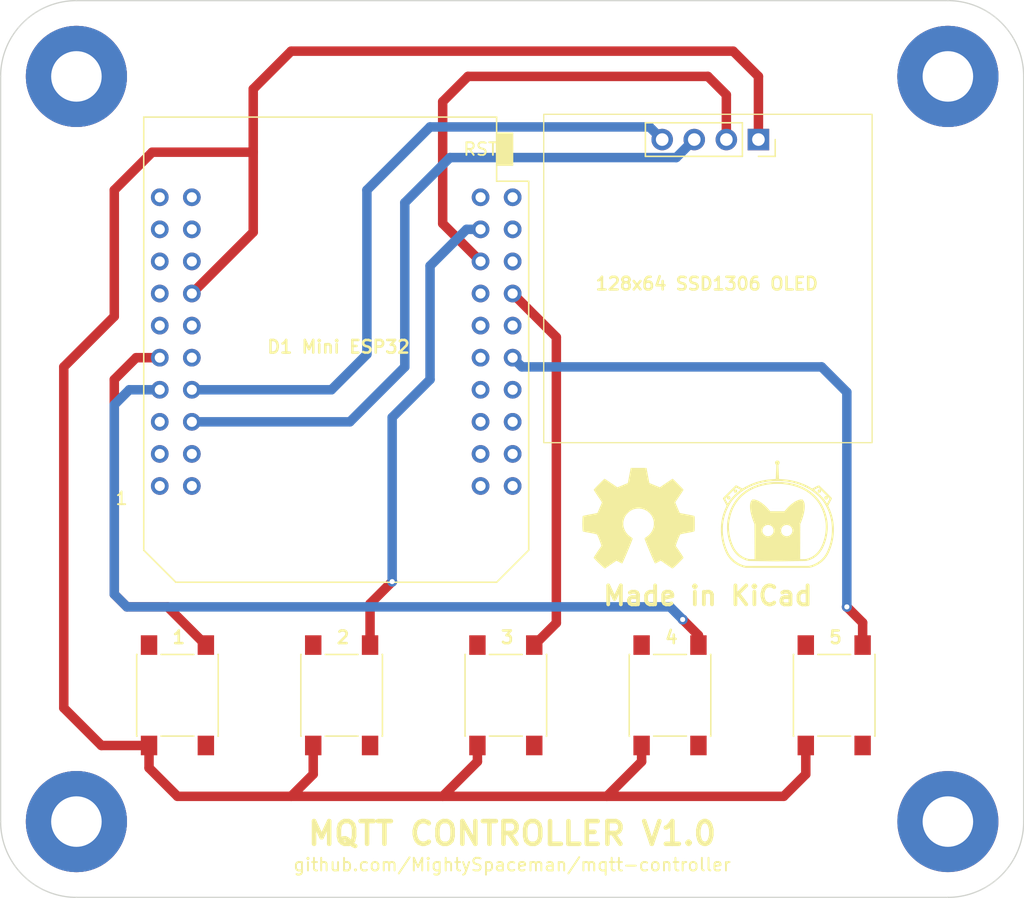
<source format=kicad_pcb>
(kicad_pcb (version 20221018) (generator pcbnew)
  (title_block (title "MQTT Controller") (rev "V1.0"))
  (layers (0 "F.Cu" signal) (31 "B.Cu" signal) (34 "B.Paste" user) (35 "F.Paste" user) (36 "B.SilkS" user "B.Silkscreen") (37 "F.SilkS" user "F.Silkscreen") (38 "B.Mask" user) (39 "F.Mask" user) (44 "Edge.Cuts" user))
  (net 0 "")
  (net 32 "Net-(J1-Pin_1)")
  (net 33 "Net-(J1-Pin_2)")
  (net 34 "Net-(J1-Pin_3)")
  (net 35 "Net-(J1-Pin_4)")
  (net 36 "Net-(U2-IO_12{slash}TDI)")
  (net 37 "Net-(U2-IO_13{slash}TCK)")
  (net 38 "Net-(U2-IO_14{slash}TMS)")
  (net 39 "Net-(U2-IO_32)")
  (net 40 "Net-(U2-IO_33)")
  (footprint "Button_Switch_SMD:SW_Push_1P1T_NO_6x6mm_H9.5mm" (layer "F.Cu") (at 68.865 78 90)
    (fp_text reference "SW1" hide)
    (fp_text value "SW_Push" hide)
    (pad "1" smd rect (at -3.975 -2.25 90) (size 1.55 1.3) (layers "F.Cu" "F.Paste" "F.Mask") (net 32 "Net-(J1-Pin_1)"))
    (pad "1" smd rect (at 3.975 -2.25 90) (size 1.55 1.3) (layers "F.Cu" "F.Paste" "F.Mask") (net 32 "Net-(J1-Pin_1)"))
    (pad "2" smd rect (at -3.975 2.25 90) (size 1.55 1.3) (layers "F.Cu" "F.Paste" "F.Mask") (net 36 "Net-(U2-IO_12{slash}TDI)"))
    (pad "2" smd rect (at 3.975 2.25 90) (size 1.55 1.3) (layers "F.Cu" "F.Paste" "F.Mask") (net 36 "Net-(U2-IO_12{slash}TDI)"))
  )
  (footprint "Connector_PinSocket_2.54mm:PinSocket_1x04_P2.54mm_Vertical" (layer "F.Cu") (at 114.865 34 -90)
    (fp_text reference "J1" hide)
    (fp_text value "Conn_01x04_Pin")
    (pad "1" thru_hole rect (at 0 0 270) (size 1.7 1.7) (drill 1) (layers "*.Cu" "*.Mask") (net 32 "Net-(J1-Pin_1)"))
    (pad "2" thru_hole oval (at 0 2.54 270) (size 1.7 1.7) (drill 1) (layers "*.Cu" "*.Mask") (net 33 "Net-(J1-Pin_2)"))
    (pad "3" thru_hole oval (at 0 5.08 270) (size 1.7 1.7) (drill 1) (layers "*.Cu" "*.Mask") (net 34 "Net-(J1-Pin_3)"))
    (pad "4" thru_hole oval (at 0 7.62 270) (size 1.7 1.7) (drill 1) (layers "*.Cu" "*.Mask") (net 35 "Net-(J1-Pin_4)"))
  )
  (footprint "Button_Switch_SMD:SW_Push_1P1T_NO_6x6mm_H9.5mm" (layer "F.Cu") (at 107.865 78 90)
    (fp_text reference "SW4" hide)
    (fp_text value "SW_Push" hide)
    (pad "1" smd rect (at -3.975 -2.25 90) (size 1.55 1.3) (layers "F.Cu" "F.Paste" "F.Mask") (net 32 "Net-(J1-Pin_1)"))
    (pad "1" smd rect (at 3.975 -2.25 90) (size 1.55 1.3) (layers "F.Cu" "F.Paste" "F.Mask") (net 32 "Net-(J1-Pin_1)"))
    (pad "2" smd rect (at -3.975 2.25 90) (size 1.55 1.3) (layers "F.Cu" "F.Paste" "F.Mask") (net 39 "Net-(U2-IO_32)"))
    (pad "2" smd rect (at 3.975 2.25 90) (size 1.55 1.3) (layers "F.Cu" "F.Paste" "F.Mask") (net 39 "Net-(U2-IO_32)"))
  )
  (footprint "MountingHole:MountingHole_4mm_Pad_TopBottom" (layer "F.Cu") (at 129.865 29)
    (fp_text reference "REF**" hide)
    (fp_text value "MountingHole_4mm_Pad_TopBottom" hide)
    (pad "1" thru_hole circle (at 0 0) (size 4.4 4.4) (drill 4) (layers "*.Cu" "*.Mask"))
    (pad "1" connect circle (at 0 0) (size 8 8) (layers "F.Cu" "F.Mask"))
    (pad "1" connect circle (at 0 0) (size 8 8) (layers "B.Cu" "B.Mask"))
  )
  (footprint "Symbol:OSHW-Symbol_8.9x8mm_SilkScreen" (layer "F.Cu") (at 105.365 64)
    (fp_text reference "REF**" hide)
    (fp_text value "OSHW-Symbol_8.9x8mm_SilkScreen" hide)
  )
  (footprint "" (layer "F.Cu") (at 60.865 88)
    (fp_text reference "" (at 0 0) (layer "F.SilkS") (effects (font (size 1.27 1.27))))
    (fp_text value "" (at 0 0) (layer "F.SilkS") (effects (font (size 1.27 1.27))))
    (pad "1" connect circle (at 0 0) (size 8 8) (layers "B.Cu" "B.Mask"))
  )
  (footprint "" (layer "F.Cu") (at 129.865 29)
    (fp_text reference "" (at 0 0) (layer "F.SilkS") (effects (font (size 1.27 1.27))))
    (fp_text value "" (at 0 0) (layer "F.SilkS") (effects (font (size 1.27 1.27))))
    (pad "1" connect circle (at 0 0) (size 8 8) (layers "F.Cu" "F.Mask"))
  )
  (footprint "Button_Switch_SMD:SW_Push_1P1T_NO_6x6mm_H9.5mm" (layer "F.Cu") (at 120.865 78 90)
    (fp_text reference "SW5" hide)
    (fp_text value "SW_Push" hide)
    (pad "1" smd rect (at -3.975 -2.25 90) (size 1.55 1.3) (layers "F.Cu" "F.Paste" "F.Mask") (net 32 "Net-(J1-Pin_1)"))
    (pad "1" smd rect (at 3.975 -2.25 90) (size 1.55 1.3) (layers "F.Cu" "F.Paste" "F.Mask") (net 32 "Net-(J1-Pin_1)"))
    (pad "2" smd rect (at -3.975 2.25 90) (size 1.55 1.3) (layers "F.Cu" "F.Paste" "F.Mask") (net 40 "Net-(U2-IO_33)"))
    (pad "2" smd rect (at 3.975 2.25 90) (size 1.55 1.3) (layers "F.Cu" "F.Paste" "F.Mask") (net 40 "Net-(U2-IO_33)"))
  )
  (footprint "" (layer "F.Cu") (at 60.865 29)
    (fp_text reference "" (at 0 0) (layer "F.SilkS") (effects (font (size 1.27 1.27))))
    (fp_text value "" (at 0 0) (layer "F.SilkS") (effects (font (size 1.27 1.27))))
    (pad "1" connect circle (at 0 0) (size 8 8) (layers "F.Cu" "F.Mask"))
  )
  (footprint "ESP32_mini:ESP32_mini" (layer "F.Cu") (at 81.435 50 180)
    (fp_text reference "U2" hide)
    (fp_text value "mini_esp32" hide)
    (fp_text user "RST" (at -11.43 15.24) (layer "F.SilkS"))
    (pad "1" thru_hole circle (at -13.97 -11.43 90) (size 1.4 1.4) (drill 0.8) (layers "*.Cu" "*.Mask"))
    (pad "2" thru_hole circle (at -11.43 -11.43 90) (size 1.4 1.4) (drill 0.8) (layers "*.Cu" "*.Mask"))
    (pad "3" thru_hole circle (at -13.97 -8.89 90) (size 1.4 1.4) (drill 0.8) (layers "*.Cu" "*.Mask"))
    (pad "4" thru_hole circle (at -11.43 -8.89 90) (size 1.4 1.4) (drill 0.8) (layers "*.Cu" "*.Mask"))
    (pad "5" thru_hole circle (at -13.97 -6.35 90) (size 1.4 1.4) (drill 0.8) (layers "*.Cu" "*.Mask"))
    (pad "6" thru_hole circle (at -11.43 -6.35 90) (size 1.4 1.4) (drill 0.8) (layers "*.Cu" "*.Mask"))
    (pad "7" thru_hole circle (at -13.97 -3.81 90) (size 1.4 1.4) (drill 0.8) (layers "*.Cu" "*.Mask"))
    (pad "8" thru_hole circle (at -11.43 -3.81 90) (size 1.4 1.4) (drill 0.8) (layers "*.Cu" "*.Mask"))
    (pad "9" thru_hole circle (at -13.97 -1.27 90) (size 1.4 1.4) (drill 0.8) (layers "*.Cu" "*.Mask") (net 40 "Net-(U2-IO_33)"))
    (pad "10" thru_hole circle (at -11.43 -1.27 90) (size 1.4 1.4) (drill 0.8) (layers "*.Cu" "*.Mask"))
    (pad "11" thru_hole circle (at -13.97 1.27 90) (size 1.4 1.4) (drill 0.8) (layers "*.Cu" "*.Mask"))
    (pad "12" thru_hole circle (at -11.43 1.27 90) (size 1.4 1.4) (drill 0.8) (layers "*.Cu" "*.Mask"))
    (pad "13" thru_hole circle (at -13.97 3.81 90) (size 1.4 1.4) (drill 0.8) (layers "*.Cu" "*.Mask") (net 38 "Net-(U2-IO_14{slash}TMS)"))
    (pad "14" thru_hole circle (at -11.43 3.81 90) (size 1.4 1.4) (drill 0.8) (layers "*.Cu" "*.Mask"))
    (pad "15" thru_hole circle (at -13.97 6.35 90) (size 1.4 1.4) (drill 0.8) (layers "*.Cu" "*.Mask"))
    (pad "16" thru_hole circle (at -11.43 6.35 90) (size 1.4 1.4) (drill 0.8) (layers "*.Cu" "*.Mask") (net 33 "Net-(J1-Pin_2)"))
    (pad "17" thru_hole circle (at -13.97 8.89 90) (size 1.4 1.4) (drill 0.8) (layers "*.Cu" "*.Mask"))
    (pad "18" thru_hole circle (at -11.43 8.89 90) (size 1.4 1.4) (drill 0.8) (layers "*.Cu" "*.Mask") (net 37 "Net-(U2-IO_13{slash}TCK)"))
    (pad "19" thru_hole circle (at -13.97 11.43 90) (size 1.4 1.4) (drill 0.8) (layers "*.Cu" "*.Mask"))
    (pad "20" thru_hole circle (at -11.43 11.43 90) (size 1.4 1.4) (drill 0.8) (layers "*.Cu" "*.Mask"))
    (pad "21" thru_hole circle (at 11.43 -11.43 90) (size 1.4 1.4) (drill 0.8) (layers "*.Cu" "*.Mask"))
    (pad "22" thru_hole circle (at 13.97 -11.43 90) (size 1.4 1.4) (drill 0.8) (layers "*.Cu" "*.Mask"))
    (pad "23" thru_hole circle (at 11.43 -8.89 90) (size 1.4 1.4) (drill 0.8) (layers "*.Cu" "*.Mask"))
    (pad "24" thru_hole circle (at 13.97 -8.89 90) (size 1.4 1.4) (drill 0.8) (layers "*.Cu" "*.Mask"))
    (pad "25" thru_hole circle (at 11.43 -6.35 90) (size 1.4 1.4) (drill 0.8) (layers "*.Cu" "*.Mask") (net 34 "Net-(J1-Pin_3)"))
    (pad "26" thru_hole circle (at 13.97 -6.35 90) (size 1.4 1.4) (drill 0.8) (layers "*.Cu" "*.Mask"))
    (pad "27" thru_hole circle (at 11.43 -3.81 90) (size 1.4 1.4) (drill 0.8) (layers "*.Cu" "*.Mask") (net 35 "Net-(J1-Pin_4)"))
    (pad "28" thru_hole circle (at 13.97 -3.81 90) (size 1.4 1.4) (drill 0.8) (layers "*.Cu" "*.Mask") (net 39 "Net-(U2-IO_32)"))
    (pad "29" thru_hole circle (at 11.43 -1.27 90) (size 1.4 1.4) (drill 0.8) (layers "*.Cu" "*.Mask"))
    (pad "30" thru_hole circle (at 13.97 -1.27 90) (size 1.4 1.4) (drill 0.8) (layers "*.Cu" "*.Mask") (net 36 "Net-(U2-IO_12{slash}TDI)"))
    (pad "31" thru_hole circle (at 11.43 1.27 90) (size 1.4 1.4) (drill 0.8) (layers "*.Cu" "*.Mask"))
    (pad "32" thru_hole circle (at 13.97 1.27 90) (size 1.4 1.4) (drill 0.8) (layers "*.Cu" "*.Mask"))
    (pad "33" thru_hole circle (at 11.43 3.81 90) (size 1.4 1.4) (drill 0.8) (layers "*.Cu" "*.Mask") (net 32 "Net-(J1-Pin_1)"))
    (pad "34" thru_hole circle (at 13.97 3.81 90) (size 1.4 1.4) (drill 0.8) (layers "*.Cu" "*.Mask"))
    (pad "35" thru_hole circle (at 11.43 6.35 90) (size 1.4 1.4) (drill 0.8) (layers "*.Cu" "*.Mask"))
    (pad "36" thru_hole circle (at 13.97 6.35 90) (size 1.4 1.4) (drill 0.8) (layers "*.Cu" "*.Mask"))
    (pad "37" thru_hole circle (at 11.43 8.89 90) (size 1.4 1.4) (drill 0.8) (layers "*.Cu" "*.Mask"))
    (pad "38" thru_hole circle (at 13.97 8.89 90) (size 1.4 1.4) (drill 0.8) (layers "*.Cu" "*.Mask"))
    (pad "39" thru_hole circle (at 11.43 11.43 90) (size 1.4 1.4) (drill 0.8) (layers "*.Cu" "*.Mask"))
    (pad "40" thru_hole circle (at 13.97 11.43 90) (size 1.4 1.4) (drill 0.8) (layers "*.Cu" "*.Mask"))
  )
  (footprint "" (layer "F.Cu") (at 60.865 29)
    (fp_text reference "" (at 0 0) (layer "F.SilkS") (effects (font (size 1.27 1.27))))
    (fp_text value "" (at 0 0) (layer "F.SilkS") (effects (font (size 1.27 1.27))))
    (pad "1" connect circle (at 0 0) (size 8 8) (layers "B.Cu" "B.Mask"))
  )
  (footprint "Button_Switch_SMD:SW_Push_1P1T_NO_6x6mm_H9.5mm" (layer "F.Cu") (at 94.865 78 90)
    (fp_text reference "SW3" hide)
    (fp_text value "SW_Push" hide)
    (pad "1" smd rect (at -3.975 -2.25 90) (size 1.55 1.3) (layers "F.Cu" "F.Paste" "F.Mask") (net 32 "Net-(J1-Pin_1)"))
    (pad "1" smd rect (at 3.975 -2.25 90) (size 1.55 1.3) (layers "F.Cu" "F.Paste" "F.Mask") (net 32 "Net-(J1-Pin_1)"))
    (pad "2" smd rect (at -3.975 2.25 90) (size 1.55 1.3) (layers "F.Cu" "F.Paste" "F.Mask") (net 38 "Net-(U2-IO_14{slash}TMS)"))
    (pad "2" smd rect (at 3.975 2.25 90) (size 1.55 1.3) (layers "F.Cu" "F.Paste" "F.Mask") (net 38 "Net-(U2-IO_14{slash}TMS)"))
  )
  (footprint "MountingHole:MountingHole_4mm_Pad_TopBottom" (layer "F.Cu") (at 129.865 88)
    (fp_text reference "REF**" hide)
    (fp_text value "MountingHole_4mm_Pad_TopBottom" hide)
    (pad "1" thru_hole circle (at 0 0) (size 4.4 4.4) (drill 4) (layers "*.Cu" "*.Mask"))
    (pad "1" connect circle (at 0 0) (size 8 8) (layers "F.Cu" "F.Mask"))
    (pad "1" connect circle (at 0 0) (size 8 8) (layers "B.Cu" "B.Mask"))
  )
  (footprint "spaceman_logo_12mm:spaceman_logo-14mm" (layer "F.Cu") (at 116.365 63.5)
    (fp_text reference "G***" hide)
    (fp_text value "LOGO" hide)
  )
  (footprint "MountingHole:MountingHole_4mm_Pad_TopBottom" (layer "F.Cu") (at 60.865 29)
    (fp_text reference "REF**" hide)
    (fp_text value "MountingHole_4mm_Pad_TopBottom" hide)
    (pad "1" thru_hole circle (at 0 0) (size 4.4 4.4) (drill 4) (layers "*.Cu" "*.Mask"))
    (pad "1" connect circle (at 0 0) (size 8 8) (layers "F.Cu" "F.Mask"))
    (pad "1" connect circle (at 0 0) (size 8 8) (layers "B.Cu" "B.Mask"))
  )
  (footprint "" (layer "F.Cu") (at 60.865 88)
    (fp_text reference "" (at 0 0) (layer "F.SilkS") (effects (font (size 1.27 1.27))))
    (fp_text value "" (at 0 0) (layer "F.SilkS") (effects (font (size 1.27 1.27))))
    (pad "1" connect circle (at 0 0) (size 8 8) (layers "F.Cu" "F.Mask"))
  )
  (footprint "" (layer "F.Cu") (at 129.865 29)
    (fp_text reference "" (at 0 0) (layer "F.SilkS") (effects (font (size 1.27 1.27))))
    (fp_text value "" (at 0 0) (layer "F.SilkS") (effects (font (size 1.27 1.27))))
    (pad "1" connect circle (at 0 0) (size 8 8) (layers "B.Cu" "B.Mask"))
  )
  (footprint "Button_Switch_SMD:SW_Push_1P1T_NO_6x6mm_H9.5mm" (layer "F.Cu") (at 81.865 78 90)
    (fp_text reference "1" hide)
    (fp_text value "SW_Push" hide)
    (pad "1" smd rect (at -3.975 -2.25 90) (size 1.55 1.3) (layers "F.Cu" "F.Paste" "F.Mask") (net 32 "Net-(J1-Pin_1)"))
    (pad "1" smd rect (at 3.975 -2.25 90) (size 1.55 1.3) (layers "F.Cu" "F.Paste" "F.Mask") (net 32 "Net-(J1-Pin_1)"))
    (pad "2" smd rect (at -3.975 2.25 90) (size 1.55 1.3) (layers "F.Cu" "F.Paste" "F.Mask") (net 37 "Net-(U2-IO_13{slash}TCK)"))
    (pad "2" smd rect (at 3.975 2.25 90) (size 1.55 1.3) (layers "F.Cu" "F.Paste" "F.Mask") (net 37 "Net-(U2-IO_13{slash}TCK)"))
  )
  (footprint "MountingHole:MountingHole_4mm_Pad_TopBottom" (layer "F.Cu") (at 60.865 88)
    (fp_text reference "REF**" hide)
    (fp_text value "MountingHole_4mm_Pad_TopBottom" hide)
    (pad "1" thru_hole circle (at 0 0) (size 4.4 4.4) (drill 4) (layers "*.Cu" "*.Mask"))
    (pad "1" connect circle (at 0 0) (size 8 8) (layers "F.Cu" "F.Mask"))
    (pad "1" connect circle (at 0 0) (size 8 8) (layers "B.Cu" "B.Mask"))
  )
  (gr_arc (start 129.865 23) (mid 134.107641 24.757359) (end 135.865 29) (stroke (width 0.1)) (layer "Edge.Cuts"))
  (gr_arc (start 135.865 88) (mid 134.107641 92.242641) (end 129.865 94) (stroke (width 0.1)) (layer "Edge.Cuts"))
  (gr_arc (start 60.865 94) (mid 56.622359 92.242641) (end 54.865 88) (stroke (width 0.1)) (layer "Edge.Cuts"))
  (gr_line (start 60.865 23) (end 129.865 23) (stroke (width 0.1)) (layer "Edge.Cuts"))
  (gr_line (start 129.865 94) (end 60.865 94) (stroke (width 0.1)) (layer "Edge.Cuts"))
  (gr_line (start 135.865 29) (end 135.865 88) (stroke (width 0.1)) (layer "Edge.Cuts"))
  (gr_line (start 54.865 88) (end 54.865 29) (stroke (width 0.1)) (layer "Edge.Cuts"))
  (gr_arc (start 54.865 29) (mid 56.622359 24.757359) (end 60.865 23) (stroke (width 0.1)) (layer "Edge.Cuts"))
  (gr_text "5" (at 120.365 74) (layer "F.SilkS") (effects (font (size 1 1) (thickness 0.2) bold) (justify left bottom)))
  (gr_text "3" (at 94.365 74) (layer "F.SilkS") (effects (font (size 1 1) (thickness 0.2) bold) (justify left bottom)))
  (gr_text "github.com/MightySpaceman/mqtt-controller\n" (at 95.365 92) (layer "F.SilkS") (effects (font (size 1 1)) (justify bottom)))
  (gr_text "2" (at 81.365 74) (layer "F.SilkS") (effects (font (size 1 1) (thickness 0.2) bold) (justify left bottom)))
  (gr_text "MQTT CONTROLLER V1.0" (at 95.365 90) (layer "F.SilkS") (effects (font (size 1.8 1.8) (thickness 0.36) bold) (justify bottom)))
  (gr_text "128x64 SSD1306 OLED" (at 101.865 46) (layer "F.SilkS") (effects (font (size 1 1) (thickness 0.2) bold) (justify left bottom)))
  (gr_text "1" (at 63.865 63) (layer "F.SilkS") (effects (font (size 1 1)) (justify left bottom)))
  (gr_text "4" (at 107.365 74) (layer "F.SilkS") (effects (font (size 1 1) (thickness 0.2) bold) (justify left bottom)))
  (gr_text "D1 Mini ESP32" (at 75.865 51) (layer "F.SilkS") (effects (font (size 1 1) (thickness 0.2) bold) (justify left bottom)))
  (gr_text "Made in KiCad" (at 110.865 71) (layer "F.SilkS") (effects (font (size 1.5 1.5) (thickness 0.3) bold) (justify bottom)))
  (gr_text "1" (at 68.365 74) (layer "F.SilkS") (effects (font (size 1 1) (thickness 0.2) bold) (justify left bottom)))
  (segment (start 59.865 52) (end 63.865 48) (width 0.75) (layer "F.Cu") (net 32))
  (segment (start 102.865 86) (end 116.865 86) (width 0.75) (layer "F.Cu") (net 32))
  (segment (start 74.865 41.33) (end 70.005 46.19) (width 0.75) (layer "F.Cu") (net 32))
  (segment (start 74.865 35) (end 74.865 41.33) (width 0.75) (layer "F.Cu") (net 32))
  (segment (start 79.615 84.25) (end 77.865 86) (width 0.75) (layer "F.Cu") (net 32))
  (segment (start 114.865 34) (end 114.865 29) (width 0.75) (layer "F.Cu") (net 32))
  (segment (start 92.615 81.975) (end 92.615 83.25) (width 0.75) (layer "F.Cu") (net 32))
  (segment (start 89.865 86) (end 102.865 86) (width 0.75) (layer "F.Cu") (net 32))
  (segment (start 62.84 81.975) (end 59.865 79) (width 0.75) (layer "F.Cu") (net 32))
  (segment (start 63.865 48) (end 63.865 38) (width 0.75) (layer "F.Cu") (net 32))
  (segment (start 66.615 81.975) (end 66.615 83.75) (width 0.75) (layer "F.Cu") (net 32))
  (segment (start 105.615 83.25) (end 102.865 86) (width 0.75) (layer "F.Cu") (net 32))
  (segment (start 77.865 86) (end 89.865 86) (width 0.75) (layer "F.Cu") (net 32))
  (segment (start 59.865 79) (end 59.865 52) (width 0.75) (layer "F.Cu") (net 32))
  (segment (start 74.865 30) (end 74.865 35) (width 0.75) (layer "F.Cu") (net 32))
  (segment (start 68.865 86) (end 77.865 86) (width 0.75) (layer "F.Cu") (net 32))
  (segment (start 79.615 81.975) (end 79.615 84.25) (width 0.75) (layer "F.Cu") (net 32))
  (segment (start 116.865 86) (end 118.615 84.25) (width 0.75) (layer "F.Cu") (net 32))
  (segment (start 77.865 27) (end 74.865 30) (width 0.75) (layer "F.Cu") (net 32))
  (segment (start 114.865 29) (end 112.865 27) (width 0.75) (layer "F.Cu") (net 32))
  (segment (start 118.615 84.25) (end 118.615 81.975) (width 0.75) (layer "F.Cu") (net 32))
  (segment (start 66.615 81.975) (end 62.84 81.975) (width 0.75) (layer "F.Cu") (net 32))
  (segment (start 66.615 83.75) (end 68.865 86) (width 0.75) (layer "F.Cu") (net 32))
  (segment (start 63.865 38) (end 66.865 35) (width 0.75) (layer "F.Cu") (net 32))
  (segment (start 105.615 81.975) (end 105.615 83.25) (width 0.75) (layer "F.Cu") (net 32))
  (segment (start 92.615 83.25) (end 89.865 86) (width 0.75) (layer "F.Cu") (net 32))
  (segment (start 112.865 27) (end 77.865 27) (width 0.75) (layer "F.Cu") (net 32))
  (segment (start 66.865 35) (end 74.865 35) (width 0.75) (layer "F.Cu") (net 32))
  (segment (start 112.325 30.46) (end 110.865 29) (width 0.75) (layer "F.Cu") (net 33))
  (segment (start 91.865 29) (end 89.865 31) (width 0.75) (layer "F.Cu") (net 33))
  (segment (start 112.325 34) (end 112.325 30.46) (width 0.75) (layer "F.Cu") (net 33))
  (segment (start 89.865 31) (end 89.865 40.65) (width 0.75) (layer "F.Cu") (net 33))
  (segment (start 89.865 40.65) (end 92.865 43.65) (width 0.75) (layer "F.Cu") (net 33))
  (segment (start 110.865 29) (end 91.865 29) (width 0.75) (layer "F.Cu") (net 33))
  (segment (start 108.36 35.425) (end 90.44 35.425) (width 0.75) (layer "B.Cu") (net 34))
  (segment (start 90.44 35.425) (end 86.865 39) (width 0.75) (layer "B.Cu") (net 34))
  (segment (start 82.515 56.35) (end 70.005 56.35) (width 0.75) (layer "B.Cu") (net 34))
  (segment (start 109.785 34) (end 108.36 35.425) (width 0.75) (layer "B.Cu") (net 34))
  (segment (start 86.865 39) (end 86.865 52) (width 0.75) (layer "B.Cu") (net 34))
  (segment (start 86.865 52) (end 82.515 56.35) (width 0.75) (layer "B.Cu") (net 34))
  (segment (start 83.865 51) (end 81.055 53.81) (width 0.75) (layer "B.Cu") (net 35))
  (segment (start 107.245 34) (end 106.245 33) (width 0.75) (layer "B.Cu") (net 35))
  (segment (start 88.865 33) (end 83.865 38) (width 0.75) (layer "B.Cu") (net 35))
  (segment (start 106.245 33) (end 88.865 33) (width 0.75) (layer "B.Cu") (net 35))
  (segment (start 81.055 53.81) (end 70.005 53.81) (width 0.75) (layer "B.Cu") (net 35))
  (segment (start 83.865 38) (end 83.865 51) (width 0.75) (layer "B.Cu") (net 35))
  (segment (start 65.595 51.27) (end 67.465 51.27) (width 0.75) (layer "F.Cu") (net 36))
  (segment (start 68.09 71) (end 64.865 71) (width 0.75) (layer "F.Cu") (net 36))
  (segment (start 63.865 70) (end 63.865 53) (width 0.75) (layer "F.Cu") (net 36))
  (segment (start 64.865 71) (end 63.865 70) (width 0.75) (layer "F.Cu") (net 36))
  (segment (start 63.865 53) (end 65.595 51.27) (width 0.75) (layer "F.Cu") (net 36))
  (segment (start 71.115 74.025) (end 68.09 71) (width 0.75) (layer "F.Cu") (net 36))
  (segment (start 84.115 70.75) (end 85.865 69) (width 0.75) (layer "F.Cu") (net 37))
  (segment (start 84.115 74.025) (end 84.115 70.75) (width 0.75) (layer "F.Cu") (net 37))
  (via (at 85.865 69) (size 0.8) (drill 0.4) (layers "F.Cu" "B.Cu") (net 37))
  (segment (start 85.865 69) (end 85.865 56) (width 0.75) (layer "B.Cu") (net 37))
  (segment (start 88.865 44) (end 91.755 41.11) (width 0.75) (layer "B.Cu") (net 37))
  (segment (start 85.865 56) (end 88.865 53) (width 0.75) (layer "B.Cu") (net 37))
  (segment (start 88.865 53) (end 88.865 44) (width 0.75) (layer "B.Cu") (net 37))
  (segment (start 91.755 41.11) (end 92.865 41.11) (width 0.75) (layer "B.Cu") (net 37))
  (segment (start 98.865 49.65) (end 95.405 46.19) (width 0.75) (layer "F.Cu") (net 38))
  (segment (start 98.865 72.275) (end 98.865 49.65) (width 0.75) (layer "F.Cu") (net 38))
  (segment (start 97.115 74.025) (end 98.865 72.275) (width 0.75) (layer "F.Cu") (net 38))
  (segment (start 110.115 74.025) (end 110.115 73.25) (width 0.75) (layer "F.Cu") (net 39))
  (segment (start 110.115 73.25) (end 108.865 72) (width 0.75) (layer "F.Cu") (net 39))
  (via (at 108.865 72) (size 0.8) (drill 0.4) (layers "F.Cu" "B.Cu") (net 39))
  (segment (start 63.865 70) (end 63.865 55) (width 0.75) (layer "B.Cu") (net 39))
  (segment (start 63.865 55) (end 65.055 53.81) (width 0.75) (layer "B.Cu") (net 39))
  (segment (start 65.055 53.81) (end 67.465 53.81) (width 0.75) (layer "B.Cu") (net 39))
  (segment (start 107.865 71) (end 64.865 71) (width 0.75) (layer "B.Cu") (net 39))
  (segment (start 108.865 72) (end 107.865 71) (width 0.75) (layer "B.Cu") (net 39))
  (segment (start 64.865 71) (end 63.865 70) (width 0.75) (layer "B.Cu") (net 39))
  (segment (start 123.115 72.25) (end 121.865 71) (width 0.75) (layer "F.Cu") (net 40))
  (segment (start 123.115 74.025) (end 123.115 72.25) (width 0.75) (layer "F.Cu") (net 40))
  (via (at 121.865 71) (size 0.8) (drill 0.4) (layers "F.Cu" "B.Cu") (net 40))
  (segment (start 96.135 52) (end 95.405 51.27) (width 0.75) (layer "B.Cu") (net 40))
  (segment (start 121.865 71) (end 121.865 54) (width 0.75) (layer "B.Cu") (net 40))
  (segment (start 119.865 52) (end 96.135 52) (width 0.75) (layer "B.Cu") (net 40))
  (segment (start 121.865 54) (end 119.865 52) (width 0.75) (layer "B.Cu") (net 40))
)
</source>
